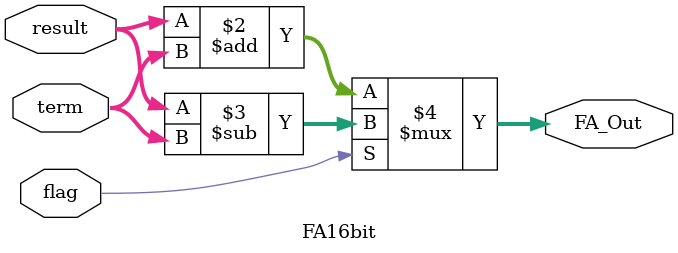
<source format=v>
`timescale 1ns/1ns

module FA16bit(input [15:0] term, result, input flag, output [15:0] FA_Out);
	assign FA_Out = (~flag) ? (result + term): (result - term);
endmodule

</source>
